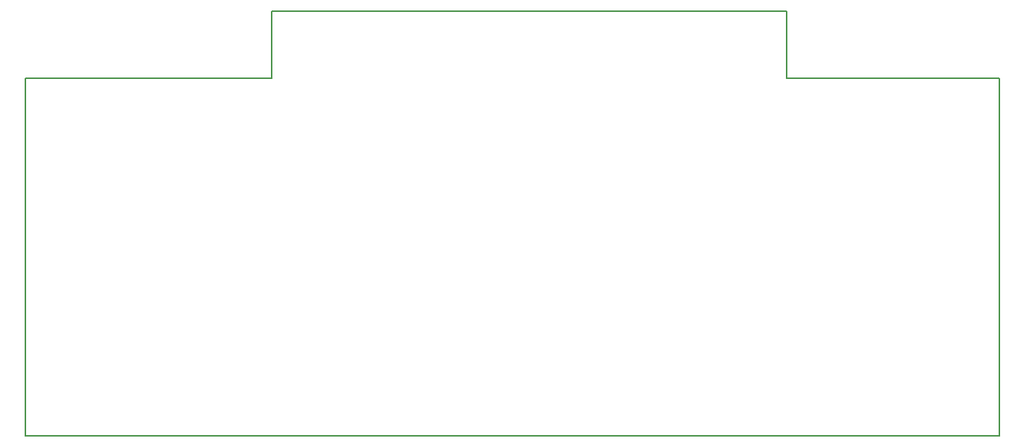
<source format=gm1>
G04 #@! TF.GenerationSoftware,KiCad,Pcbnew,no-vcs-found-7571~57~ubuntu17.04.1*
G04 #@! TF.CreationDate,2017-02-08T08:53:27+01:00*
G04 #@! TF.ProjectId,DE0-Nano_DB25,4445302D4E616E6F5F444232352E6B69,rev?*
G04 #@! TF.FileFunction,Profile,NP*
%FSLAX46Y46*%
G04 Gerber Fmt 4.6, Leading zero omitted, Abs format (unit mm)*
G04 Created by KiCad (PCBNEW no-vcs-found-7571~57~ubuntu17.04.1) date Wed Feb  8 08:53:27 2017*
%MOMM*%
%LPD*%
G01*
G04 APERTURE LIST*
%ADD10C,0.152400*%
G04 APERTURE END LIST*
D10*
X27941569Y48262593D02*
X86361569Y48262593D01*
X27941569Y40642593D02*
X27941569Y48262593D01*
X1569Y40642593D02*
X27941569Y40642593D01*
X1569Y2593D02*
X1569Y40642593D01*
X110491569Y2593D02*
X1569Y2593D01*
X110491569Y40642593D02*
X110491569Y2593D01*
X86361569Y40642593D02*
X110491569Y40642593D01*
X86361569Y48262593D02*
X86361569Y40642593D01*
M02*

</source>
